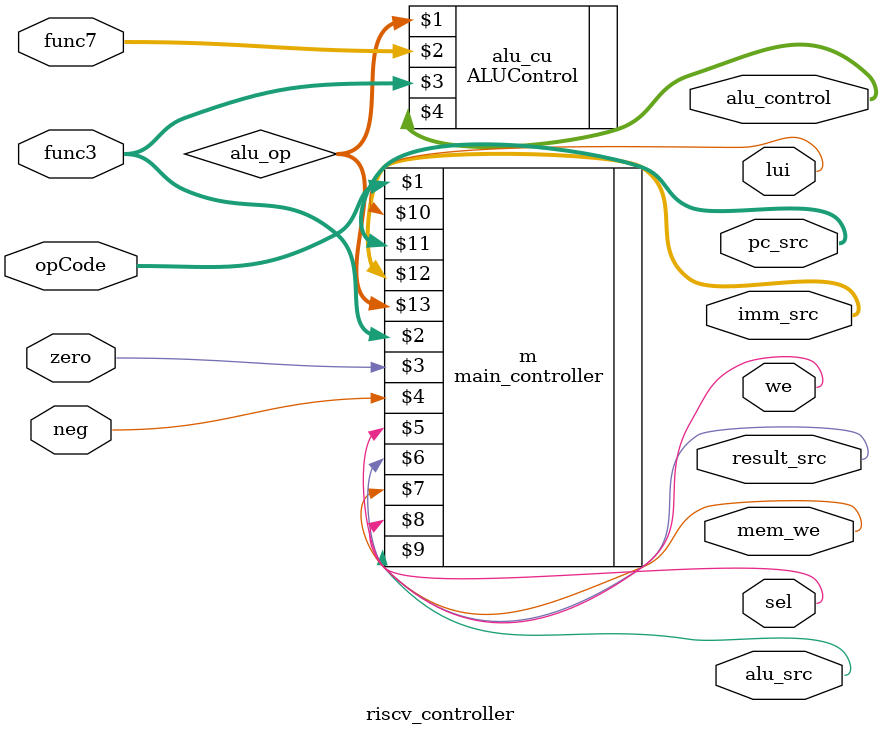
<source format=v>
module riscv_controller(
    input zero,neg,
    input [6:0] opCode,input [2:0] func3,input[6:0] func7,
    output we,result_src,mem_we,sel,alu_src,lui,
    output [1:0] pc_src,
    output [2:0] imm_src,alu_control
);

wire [1:0] alu_op;

main_controller m(
    opCode, func3, zero,neg,we,result_src,
    mem_we,sel,alu_src,lui, pc_src,
    imm_src,alu_op
);

ALUControl alu_cu(
alu_op, func7, func3,
alu_control);
    
endmodule

</source>
